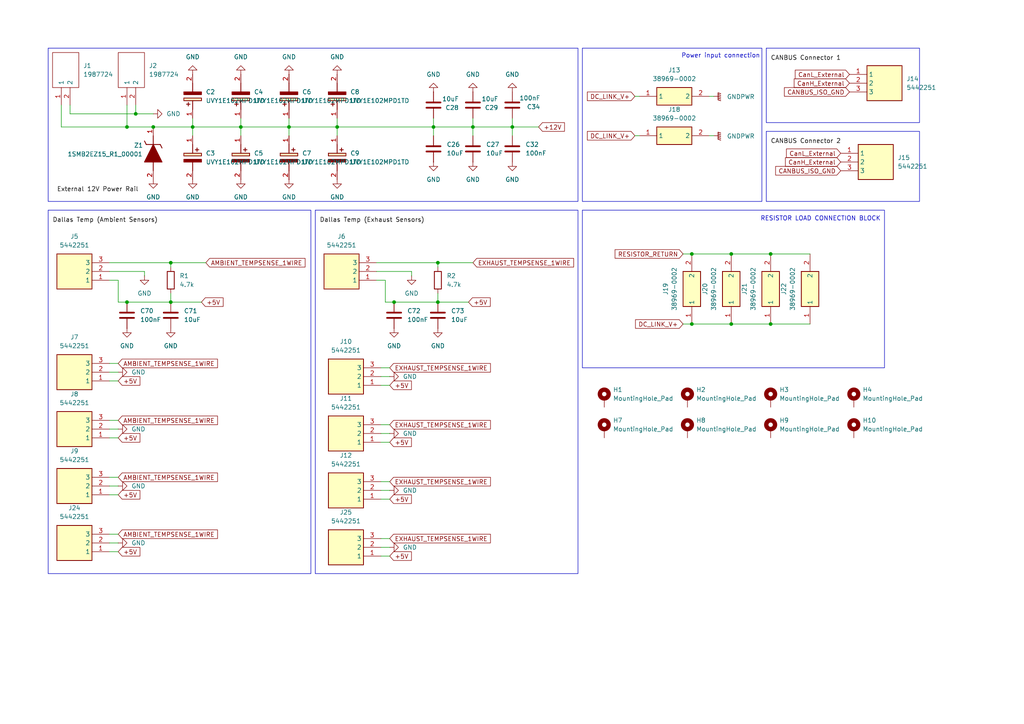
<source format=kicad_sch>
(kicad_sch (version 20250114) (generator "eeschema") (generator_version "9.0")
  (paper "A4")
  (lib_symbols
    (symbol "Device:C" (pin_numbers (hide yes)) (pin_names (offset 0.254))
      (property "Reference" "C" (at 0.635 2.54 0))
      (property "Value" "C" (at 0.635 -2.54 0))
      (symbol "C_1_1"
        (pin passive line (at 0 3.81 270) (length 2.794) (name "~") (number "1"))
        (pin passive line (at 0 -3.81 90) (length 2.794) (name "~") (number "2"))
      )
    )
    (symbol "Device:R" (pin_numbers (hide yes)) (pin_names (offset 0))
      (property "Reference" "R" (at 2.032 0 90))
      (property "Value" "R" (at 0 0 90))
      (symbol "R_1_1"
        (pin passive line (at 0 3.81 270) (length 1.27) (name "~") (number "1"))
        (pin passive line (at 0 -3.81 90) (length 1.27) (name "~") (number "2"))
      )
    )
    (symbol "InverterCom:1987724" (pin_names (offset 0.762))
      (property "Reference" "J" (at 16.51 7.62 0))
      (property "Value" "1987724" (at 16.51 5.08 0))
      (symbol "1987724_0_0"
        (pin passive line (at 0 0 0) (length 5.08) (name "1") (number "1"))
        (pin passive line (at 0 -2.54 0) (length 5.08) (name "2") (number "2"))
      )
    )
    (symbol "InverterCom:1SMB2EZ15_R1_00001" (pin_names (hide yes))
      (property "Reference" "Z" (at 10.16 8.89 0))
      (property "Value" "1SMB2EZ15_R1_00001" (at 10.16 6.35 0))
      (symbol "1SMB2EZ15_R1_00001_1_1"
        (pin passive line (at 0 0 0) (length 2.54) (name "K") (number "1"))
        (pin passive line (at 15.24 0 180) (length 2.54) (name "A") (number "2"))
      )
    )
    (symbol "InverterCom:38969-0002"
      (property "Reference" "J" (at 16.51 7.62 0))
      (property "Value" "38969-0002" (at 16.51 5.08 0))
      (symbol "38969-0002_1_1"
        (pin passive line (at 0 0 0) (length 5.08) (name "1") (number "1"))
        (pin passive line (at 20.32 0 180) (length 5.08) (name "2") (number "2"))
      )
    )
    (symbol "InverterCom:5442251"
      (property "Reference" "J" (at 16.51 7.62 0))
      (property "Value" "5442251" (at 16.51 5.08 0))
      (symbol "5442251_1_1"
        (pin passive line (at 0 0 0) (length 5.08) (name "1") (number "1"))
        (pin passive line (at 0 -2.54 0) (length 5.08) (name "2") (number "2"))
        (pin passive line (at 0 -5.08 0) (length 5.08) (name "3") (number "3"))
      )
    )
    (symbol "InverterCom:UVY1E102MPD1TD" (pin_names (hide yes))
      (property "Reference" "C" (at 8.89 6.35 0))
      (property "Value" "UVY1E102MPD1TD" (at 8.89 3.81 0))
      (symbol "UVY1E102MPD1TD_1_1"
        (pin passive line (at 0 0 0) (length 2.54) (name "+") (number "1"))
        (pin passive line (at 12.7 0 180) (length 2.54) (name "-") (number "2"))
      )
    )
    (symbol "Mechanical:MountingHole_Pad" (pin_numbers (hide yes)) (pin_names (offset 1.016) (hide yes)) (exclude_from_sim yes) (in_bom no)
      (property "Reference" "H" (at 0 6.35 0))
      (property "Value" "MountingHole_Pad" (at 0 4.445 0))
      (symbol "MountingHole_Pad_1_1"
        (pin input line (at 0 -2.54 90) (length 2.54) (name "1") (number "1"))
      )
    )
    (symbol "power:GND" (power) (pin_numbers (hide yes)) (pin_names (offset 0) (hide yes))
      (property "Value" "GND" (at 0 -3.81 0))
      (symbol "GND_1_1"
        (pin power_in line (at 0 0 270) (length 0) (name "~") (number "1"))
      )
    )
    (symbol "power:GNDPWR" (power) (pin_numbers (hide yes)) (pin_names (offset 0) (hide yes))
      (property "Value" "GNDPWR" (at 0 -3.302 0))
      (symbol "GNDPWR_1_1"
        (pin power_in line (at 0 0 270) (length 0) (name "~") (number "1"))
      )
    )
  )
  (rectangle (start 168.91 60.96) (end 256.54 106.68))
  (rectangle (start 91.44 60.96) (end 167.64 166.37))
  (rectangle (start 222.25 38.1) (end 266.7 58.42))
  (rectangle (start 168.91 13.97) (end 220.98 58.42))
  (rectangle (start 13.97 60.96) (end 90.17 166.37))
  (rectangle (start 13.97 13.97) (end 167.64 58.42))
  (rectangle (start 222.25 13.97) (end 266.7 35.56))
  (text "RESISTOR LOAD CONNECTION BLOCK" (exclude_from_sim yes) (at 237.998 63.5 0) (effects (font (size 1.27 1.27))))
  (text "Power input connection" (exclude_from_sim yes) (at 209.042 16.256 0) (effects (font (size 1.27 1.27))))
  (junction (at 114.3 87.63))
  (junction (at 223.52 73.66))
  (junction (at 36.83 87.63))
  (junction (at 83.82 36.83))
  (junction (at 49.53 87.63))
  (junction (at 44.45 36.83))
  (junction (at 125.73 36.83))
  (junction (at 49.53 76.2))
  (junction (at 200.66 73.66))
  (junction (at 223.52 93.98))
  (junction (at 212.09 73.66))
  (junction (at 212.09 93.98))
  (junction (at 127 76.2))
  (junction (at 127 87.63))
  (junction (at 200.66 93.98))
  (junction (at 69.85 36.83))
  (junction (at 97.79 36.83))
  (junction (at 39.37 33.02))
  (junction (at 36.83 36.83))
  (junction (at 137.16 36.83))
  (junction (at 55.88 36.83))
  (junction (at 148.59 36.83))
  (wire (pts (xy 110.49 106.68) (xy 113.03 106.68)))
  (wire (pts (xy 69.85 36.83) (xy 83.82 36.83)))
  (wire (pts (xy 137.16 36.83) (xy 137.16 39.37)))
  (wire (pts (xy 110.49 161.29) (xy 113.03 161.29)))
  (wire (pts (xy 49.53 76.2) (xy 31.75 76.2)))
  (wire (pts (xy 110.49 123.19) (xy 113.03 123.19)))
  (wire (pts (xy 20.32 33.02) (xy 39.37 33.02)))
  (wire (pts (xy 49.53 77.47) (xy 49.53 76.2)))
  (wire (pts (xy 83.82 36.83) (xy 97.79 36.83)))
  (wire (pts (xy 20.32 30.48) (xy 20.32 33.02)))
  (wire (pts (xy 39.37 33.02) (xy 39.37 30.48)))
  (wire (pts (xy 198.12 73.66) (xy 200.66 73.66)))
  (wire (pts (xy 34.29 81.28) (xy 31.75 81.28)))
  (wire (pts (xy 109.22 78.74) (xy 119.38 78.74)))
  (wire (pts (xy 223.52 93.98) (xy 234.95 93.98)))
  (wire (pts (xy 148.59 36.83) (xy 156.21 36.83)))
  (wire (pts (xy 119.38 78.74) (xy 119.38 80.01)))
  (wire (pts (xy 207.01 39.37) (xy 205.74 39.37)))
  (wire (pts (xy 110.49 144.78) (xy 113.03 144.78)))
  (wire (pts (xy 110.49 109.22) (xy 113.03 109.22)))
  (wire (pts (xy 200.66 93.98) (xy 212.09 93.98)))
  (wire (pts (xy 55.88 34.29) (xy 55.88 36.83)))
  (wire (pts (xy 137.16 36.83) (xy 137.16 34.29)))
  (wire (pts (xy 200.66 73.66) (xy 212.09 73.66)))
  (wire (pts (xy 39.37 33.02) (xy 44.45 33.02)))
  (wire (pts (xy 34.29 87.63) (xy 34.29 81.28)))
  (wire (pts (xy 49.53 76.2) (xy 59.69 76.2)))
  (wire (pts (xy 110.49 128.27) (xy 113.03 128.27)))
  (wire (pts (xy 36.83 87.63) (xy 34.29 87.63)))
  (wire (pts (xy 17.78 36.83) (xy 17.78 30.48)))
  (wire (pts (xy 137.16 36.83) (xy 148.59 36.83)))
  (wire (pts (xy 110.49 139.7) (xy 113.03 139.7)))
  (wire (pts (xy 114.3 87.63) (xy 127 87.63)))
  (wire (pts (xy 110.49 158.75) (xy 113.03 158.75)))
  (wire (pts (xy 31.75 140.97) (xy 34.29 140.97)))
  (wire (pts (xy 36.83 36.83) (xy 17.78 36.83)))
  (wire (pts (xy 125.73 36.83) (xy 125.73 39.37)))
  (wire (pts (xy 83.82 36.83) (xy 83.82 39.37)))
  (wire (pts (xy 36.83 87.63) (xy 49.53 87.63)))
  (wire (pts (xy 31.75 107.95) (xy 34.29 107.95)))
  (wire (pts (xy 110.49 142.24) (xy 113.03 142.24)))
  (wire (pts (xy 31.75 160.02) (xy 34.29 160.02)))
  (wire (pts (xy 31.75 124.46) (xy 34.29 124.46)))
  (wire (pts (xy 111.76 87.63) (xy 111.76 81.28)))
  (wire (pts (xy 148.59 36.83) (xy 148.59 39.37)))
  (wire (pts (xy 110.49 111.76) (xy 113.03 111.76)))
  (wire (pts (xy 55.88 36.83) (xy 69.85 36.83)))
  (wire (pts (xy 44.45 36.83) (xy 55.88 36.83)))
  (wire (pts (xy 127 77.47) (xy 127 76.2)))
  (wire (pts (xy 31.75 154.94) (xy 34.29 154.94)))
  (wire (pts (xy 184.15 27.94) (xy 185.42 27.94)))
  (wire (pts (xy 31.75 110.49) (xy 34.29 110.49)))
  (wire (pts (xy 41.91 78.74) (xy 41.91 80.01)))
  (wire (pts (xy 184.15 39.37) (xy 185.42 39.37)))
  (wire (pts (xy 212.09 93.98) (xy 223.52 93.98)))
  (wire (pts (xy 31.75 138.43) (xy 34.29 138.43)))
  (wire (pts (xy 69.85 34.29) (xy 69.85 36.83)))
  (wire (pts (xy 36.83 30.48) (xy 36.83 36.83)))
  (wire (pts (xy 125.73 36.83) (xy 137.16 36.83)))
  (wire (pts (xy 31.75 121.92) (xy 34.29 121.92)))
  (wire (pts (xy 55.88 36.83) (xy 55.88 39.37)))
  (wire (pts (xy 31.75 143.51) (xy 34.29 143.51)))
  (wire (pts (xy 49.53 85.09) (xy 49.53 87.63)))
  (wire (pts (xy 49.53 87.63) (xy 58.42 87.63)))
  (wire (pts (xy 31.75 157.48) (xy 34.29 157.48)))
  (wire (pts (xy 207.01 27.94) (xy 205.74 27.94)))
  (wire (pts (xy 127 87.63) (xy 135.89 87.63)))
  (wire (pts (xy 69.85 36.83) (xy 69.85 39.37)))
  (wire (pts (xy 111.76 81.28) (xy 109.22 81.28)))
  (wire (pts (xy 97.79 36.83) (xy 97.79 39.37)))
  (wire (pts (xy 127 76.2) (xy 137.16 76.2)))
  (wire (pts (xy 97.79 36.83) (xy 125.73 36.83)))
  (wire (pts (xy 198.12 93.98) (xy 200.66 93.98)))
  (wire (pts (xy 31.75 105.41) (xy 34.29 105.41)))
  (wire (pts (xy 212.09 73.66) (xy 223.52 73.66)))
  (wire (pts (xy 110.49 125.73) (xy 113.03 125.73)))
  (wire (pts (xy 83.82 34.29) (xy 83.82 36.83)))
  (wire (pts (xy 97.79 34.29) (xy 97.79 36.83)))
  (wire (pts (xy 110.49 156.21) (xy 113.03 156.21)))
  (wire (pts (xy 36.83 36.83) (xy 44.45 36.83)))
  (wire (pts (xy 127 85.09) (xy 127 87.63)))
  (wire (pts (xy 148.59 34.29) (xy 148.59 36.83)))
  (wire (pts (xy 31.75 127) (xy 34.29 127)))
  (wire (pts (xy 31.75 78.74) (xy 41.91 78.74)))
  (wire (pts (xy 127 76.2) (xy 109.22 76.2)))
  (wire (pts (xy 114.3 87.63) (xy 111.76 87.63)))
  (wire (pts (xy 223.52 73.66) (xy 234.95 73.66)))
  (wire (pts (xy 125.73 36.83) (xy 125.73 34.29)))
  (label "CANBUS Connector 1" (at 223.52 17.78 0))
  (label "Dallas Temp (Ambient Sensors)" (at 15.24 64.77 0))
  (label "Dallas Temp (Exhaust Sensors)" (at 92.71 64.77 0))
  (label "CANBUS Connector 2" (at 223.52 41.91 0))
  (label "External 12V Power Rail" (at 16.51 55.88 0))
  (global_label "+5V" (shape input) (at 113.03 111.76 0) (property "Intersheetrefs" "${INTERSHEET_REFS}" (effects (hide yes))))
  (global_label "+5V" (shape input) (at 113.03 144.78 0) (property "Intersheetrefs" "${INTERSHEET_REFS}" (effects (hide yes))))
  (global_label "CanL_External" (shape input) (at 243.84 44.45 180) (property "Intersheetrefs" "${INTERSHEET_REFS}" (effects (hide yes))))
  (global_label "CANBUS_ISO_GND" (shape input) (at 246.38 26.67 180) (property "Intersheetrefs" "${INTERSHEET_REFS}" (effects (hide yes))))
  (global_label "EXHAUST_TEMPSENSE_1WIRE" (shape input) (at 113.03 123.19 0) (property "Intersheetrefs" "${INTERSHEET_REFS}" (effects (hide yes))))
  (global_label "+5V" (shape input) (at 135.89 87.63 0) (property "Intersheetrefs" "${INTERSHEET_REFS}" (effects (hide yes))))
  (global_label "CanL_External" (shape input) (at 246.38 21.59 180) (property "Intersheetrefs" "${INTERSHEET_REFS}" (effects (hide yes))))
  (global_label "EXHAUST_TEMPSENSE_1WIRE" (shape input) (at 113.03 156.21 0) (property "Intersheetrefs" "${INTERSHEET_REFS}" (effects (hide yes))))
  (global_label "DC_LINK_V+" (shape input) (at 184.15 39.37 180) (property "Intersheetrefs" "${INTERSHEET_REFS}" (effects (hide yes))))
  (global_label "DC_LINK_V+" (shape input) (at 184.15 27.94 180) (property "Intersheetrefs" "${INTERSHEET_REFS}" (effects (hide yes))))
  (global_label "+5V" (shape input) (at 34.29 160.02 0) (property "Intersheetrefs" "${INTERSHEET_REFS}" (effects (hide yes))))
  (global_label "AMBIENT_TEMPSENSE_1WIRE" (shape input) (at 34.29 105.41 0) (property "Intersheetrefs" "${INTERSHEET_REFS}" (effects (hide yes))))
  (global_label "EXHAUST_TEMPSENSE_1WIRE" (shape input) (at 113.03 139.7 0) (property "Intersheetrefs" "${INTERSHEET_REFS}" (effects (hide yes))))
  (global_label "CANBUS_ISO_GND" (shape input) (at 243.84 49.53 180) (property "Intersheetrefs" "${INTERSHEET_REFS}" (effects (hide yes))))
  (global_label "+5V" (shape input) (at 113.03 128.27 0) (property "Intersheetrefs" "${INTERSHEET_REFS}" (effects (hide yes))))
  (global_label "EXHAUST_TEMPSENSE_1WIRE" (shape input) (at 137.16 76.2 0) (property "Intersheetrefs" "${INTERSHEET_REFS}" (effects (hide yes))))
  (global_label "CanH_External" (shape input) (at 243.84 46.99 180) (property "Intersheetrefs" "${INTERSHEET_REFS}" (effects (hide yes))))
  (global_label "+5V" (shape input) (at 113.03 161.29 0) (property "Intersheetrefs" "${INTERSHEET_REFS}" (effects (hide yes))))
  (global_label "AMBIENT_TEMPSENSE_1WIRE" (shape input) (at 34.29 154.94 0) (property "Intersheetrefs" "${INTERSHEET_REFS}" (effects (hide yes))))
  (global_label "AMBIENT_TEMPSENSE_1WIRE" (shape input) (at 34.29 121.92 0) (property "Intersheetrefs" "${INTERSHEET_REFS}" (effects (hide yes))))
  (global_label "RESISTOR_RETURN" (shape input) (at 198.12 73.66 180) (property "Intersheetrefs" "${INTERSHEET_REFS}" (effects (hide yes))))
  (global_label "AMBIENT_TEMPSENSE_1WIRE" (shape input) (at 59.69 76.2 0) (property "Intersheetrefs" "${INTERSHEET_REFS}" (effects (hide yes))))
  (global_label "CanH_External" (shape input) (at 246.38 24.13 180) (property "Intersheetrefs" "${INTERSHEET_REFS}" (effects (hide yes))))
  (global_label "EXHAUST_TEMPSENSE_1WIRE" (shape input) (at 113.03 106.68 0) (property "Intersheetrefs" "${INTERSHEET_REFS}" (effects (hide yes))))
  (global_label "+5V" (shape input) (at 34.29 110.49 0) (property "Intersheetrefs" "${INTERSHEET_REFS}" (effects (hide yes))))
  (global_label "DC_LINK_V+" (shape input) (at 198.12 93.98 180) (property "Intersheetrefs" "${INTERSHEET_REFS}" (effects (hide yes))))
  (global_label "AMBIENT_TEMPSENSE_1WIRE" (shape input) (at 34.29 138.43 0) (property "Intersheetrefs" "${INTERSHEET_REFS}" (effects (hide yes))))
  (global_label "+5V" (shape input) (at 34.29 127 0) (property "Intersheetrefs" "${INTERSHEET_REFS}" (effects (hide yes))))
  (global_label "+12V" (shape input) (at 156.21 36.83 0) (property "Intersheetrefs" "${INTERSHEET_REFS}" (effects (hide yes))))
  (global_label "+5V" (shape input) (at 34.29 143.51 0) (property "Intersheetrefs" "${INTERSHEET_REFS}" (effects (hide yes))))
  (global_label "+5V" (shape input) (at 58.42 87.63 0) (property "Intersheetrefs" "${INTERSHEET_REFS}" (effects (hide yes))))
  (symbol (lib_id "InverterCom:5442251") (at 31.75 127 180) (unit 1)
    (property "Reference" "J8" (at 21.59 114.3 0))
    (property "Value" "5442251" (at 21.59 116.84 0))
    (property "Footprint" "InverterCom:5442251" (effects (hide yes)))
    (property "Datasheet" "https://www.phoenixcontact.com/en-gb/products/printed-circuit-board-terminal-bc-350x9-3-gn-5442251" (effects (hide yes)))
    (property "Description" "Fixed Terminal Blocks BC-350X9- 3 GN 3.5 MM PITCH" (effects (hide yes)))
    (property "Height" "8.65" (effects (hide yes)))
    (property "Mouser Part Number" "651-5442251" (effects (hide yes)))
    (property "Mouser Price/Stock" "https://www.mouser.co.uk/ProductDetail/Phoenix-Contact/5442251?qs=9Y9qB%2FCsC3kmzTCxovpQiw%3D%3D" (effects (hide yes)))
    (property "Manufacturer_Name" "Phoenix Contact" (effects (hide yes)))
    (property "Manufacturer_Part_Number" "5442251" (effects (hide yes)))
  )
  (symbol (lib_id "InverterCom:5442251") (at 31.75 81.28 180) (unit 1)
    (property "Reference" "J5" (at 21.59 68.58 0))
    (property "Value" "5442251" (at 21.59 71.12 0))
    (property "Footprint" "InverterCom:5442251" (effects (hide yes)))
    (property "Datasheet" "https://www.phoenixcontact.com/en-gb/products/printed-circuit-board-terminal-bc-350x9-3-gn-5442251" (effects (hide yes)))
    (property "Description" "Fixed Terminal Blocks BC-350X9- 3 GN 3.5 MM PITCH" (effects (hide yes)))
    (property "Height" "8.65" (effects (hide yes)))
    (property "Mouser Part Number" "651-5442251" (effects (hide yes)))
    (property "Mouser Price/Stock" "https://www.mouser.co.uk/ProductDetail/Phoenix-Contact/5442251?qs=9Y9qB%2FCsC3kmzTCxovpQiw%3D%3D" (effects (hide yes)))
    (property "Manufacturer_Name" "Phoenix Contact" (effects (hide yes)))
    (property "Manufacturer_Part_Number" "5442251" (effects (hide yes)))
  )
  (symbol (lib_id "InverterCom:5442251") (at 110.49 111.76 180) (unit 1)
    (property "Reference" "J10" (at 100.33 99.06 0))
    (property "Value" "5442251" (at 100.33 101.6 0))
    (property "Footprint" "InverterCom:5442251" (effects (hide yes)))
    (property "Datasheet" "https://www.phoenixcontact.com/en-gb/products/printed-circuit-board-terminal-bc-350x9-3-gn-5442251" (effects (hide yes)))
    (property "Description" "Fixed Terminal Blocks BC-350X9- 3 GN 3.5 MM PITCH" (effects (hide yes)))
    (property "Height" "8.65" (effects (hide yes)))
    (property "Mouser Part Number" "651-5442251" (effects (hide yes)))
    (property "Mouser Price/Stock" "https://www.mouser.co.uk/ProductDetail/Phoenix-Contact/5442251?qs=9Y9qB%2FCsC3kmzTCxovpQiw%3D%3D" (effects (hide yes)))
    (property "Manufacturer_Name" "Phoenix Contact" (effects (hide yes)))
    (property "Manufacturer_Part_Number" "5442251" (effects (hide yes)))
  )
  (symbol (lib_id "InverterCom:5442251") (at 110.49 144.78 180) (unit 1)
    (property "Reference" "J12" (at 100.33 132.08 0))
    (property "Value" "5442251" (at 100.33 134.62 0))
    (property "Footprint" "InverterCom:5442251" (effects (hide yes)))
    (property "Datasheet" "https://www.phoenixcontact.com/en-gb/products/printed-circuit-board-terminal-bc-350x9-3-gn-5442251" (effects (hide yes)))
    (property "Description" "Fixed Terminal Blocks BC-350X9- 3 GN 3.5 MM PITCH" (effects (hide yes)))
    (property "Height" "8.65" (effects (hide yes)))
    (property "Mouser Part Number" "651-5442251" (effects (hide yes)))
    (property "Mouser Price/Stock" "https://www.mouser.co.uk/ProductDetail/Phoenix-Contact/5442251?qs=9Y9qB%2FCsC3kmzTCxovpQiw%3D%3D" (effects (hide yes)))
    (property "Manufacturer_Name" "Phoenix Contact" (effects (hide yes)))
    (property "Manufacturer_Part_Number" "5442251" (effects (hide yes)))
  )
  (symbol (lib_id "InverterCom:UVY1E102MPD1TD") (at 69.85 39.37 270) (unit 1)
    (property "Reference" "C5" (at 73.66 44.4499 90) (effects (justify left)))
    (property "Value" "UVY1E102MPD1TD" (at 73.66 46.9899 90) (effects (justify left)))
    (property "Footprint" "InverterCom:CAPPRD500W60D1025H1750" (effects (hide yes)))
    (property "Datasheet" "https://componentsearchengine.com/Datasheets/5/UVY1E102MPD1TD.pdf" (effects (hide yes)))
    (property "Description" "Cap Aluminum Lytic 1000uF 25V 20% (10 X 16mm) Radial 5mm 610mA 1000h 105C Ammo" (effects (hide yes)))
    (property "Height" "17.5" (effects (hide yes)))
    (property "Mouser Part Number" "647-UVY1E102MPD1TD" (effects (hide yes)))
    (property "Mouser Price/Stock" "https://www.mouser.co.uk/ProductDetail/Nichicon/UVY1E102MPD1TD?qs=gtReTMvImqniEnVqgrfK9Q%3D%3D" (effects (hide yes)))
    (property "Manufacturer_Name" "Nichicon" (effects (hide yes)))
    (property "Manufacturer_Part_Number" "UVY1E102MPD1TD" (effects (hide yes)))
  )
  (symbol (lib_id "Device:C") (at 125.73 43.18 0) (unit 1)
    (property "Reference" "C26" (at 129.54 41.9099 0) (effects (justify left)))
    (property "Value" "10uF" (at 129.54 44.4499 0) (effects (justify left)))
    (property "Footprint" "Capacitor_SMD:C_1210_3225Metric_Pad1.33x2.70mm_HandSolder" (effects (hide yes)))
    (property "Description" "Unpolarized capacitor" (effects (hide yes)))
  )
  (symbol (lib_id "Mechanical:MountingHole_Pad") (at 199.39 115.57 0) (unit 1) (exclude_from_sim yes) (in_bom no)
    (property "Reference" "H2" (at 201.93 113.0299 0) (effects (justify left)))
    (property "Value" "MountingHole_Pad" (at 201.93 115.5699 0) (effects (justify left)))
    (property "Footprint" "MountingHole:MountingHole_5.3mm_M5_ISO7380_Pad" (effects (hide yes)))
    (property "Description" "Mounting Hole with connection" (effects (hide yes)))
  )
  (symbol (lib_id "Device:C") (at 148.59 43.18 0) (unit 1)
    (property "Reference" "C32" (at 152.4 41.9099 0) (effects (justify left)))
    (property "Value" "100nF" (at 152.4 44.45 0) (effects (justify left)))
    (property "Footprint" "Capacitor_SMD:C_1210_3225Metric_Pad1.33x2.70mm_HandSolder" (effects (hide yes)))
    (property "Description" "Unpolarized capacitor" (effects (hide yes)))
  )
  (symbol (lib_id "power:GND") (at 44.45 52.07 0) (unit 1)
    (property "Reference" "#PWR02" (effects (hide yes)))
    (property "Value" "GND" (at 44.45 57.15 0))
    (property "Description" "Power symbol creates a global label with name \"GND\" , ground" (effects (hide yes)))
  )
  (symbol (lib_id "Device:C") (at 49.53 91.44 0) (unit 1)
    (property "Reference" "C71" (at 53.34 90.1699 0) (effects (justify left)))
    (property "Value" "10uF" (at 53.34 92.7099 0) (effects (justify left)))
    (property "Footprint" "Capacitor_SMD:C_1210_3225Metric_Pad1.33x2.70mm_HandSolder" (effects (hide yes)))
    (property "Description" "Unpolarized capacitor" (effects (hide yes)))
  )
  (symbol (lib_id "power:GND") (at 137.16 26.67 180) (unit 1)
    (property "Reference" "#PWR076" (effects (hide yes)))
    (property "Value" "GND" (at 137.16 21.59 0))
    (property "Description" "Power symbol creates a global label with name \"GND\" , ground" (effects (hide yes)))
  )
  (symbol (lib_id "InverterCom:5442251") (at 31.75 143.51 180) (unit 1)
    (property "Reference" "J9" (at 21.59 130.81 0))
    (property "Value" "5442251" (at 21.59 133.35 0))
    (property "Footprint" "InverterCom:5442251" (effects (hide yes)))
    (property "Datasheet" "https://www.phoenixcontact.com/en-gb/products/printed-circuit-board-terminal-bc-350x9-3-gn-5442251" (effects (hide yes)))
    (property "Description" "Fixed Terminal Blocks BC-350X9- 3 GN 3.5 MM PITCH" (effects (hide yes)))
    (property "Height" "8.65" (effects (hide yes)))
    (property "Mouser Part Number" "651-5442251" (effects (hide yes)))
    (property "Mouser Price/Stock" "https://www.mouser.co.uk/ProductDetail/Phoenix-Contact/5442251?qs=9Y9qB%2FCsC3kmzTCxovpQiw%3D%3D" (effects (hide yes)))
    (property "Manufacturer_Name" "Phoenix Contact" (effects (hide yes)))
    (property "Manufacturer_Part_Number" "5442251" (effects (hide yes)))
  )
  (symbol (lib_id "power:GND") (at 69.85 21.59 180) (unit 1)
    (property "Reference" "#PWR07" (effects (hide yes)))
    (property "Value" "GND" (at 69.85 16.51 0))
    (property "Description" "Power symbol creates a global label with name \"GND\" , ground" (effects (hide yes)))
  )
  (symbol (lib_id "Device:C") (at 114.3 91.44 0) (unit 1)
    (property "Reference" "C72" (at 118.11 90.1699 0) (effects (justify left)))
    (property "Value" "100nF" (at 118.11 92.71 0) (effects (justify left)))
    (property "Footprint" "Capacitor_SMD:C_1210_3225Metric_Pad1.33x2.70mm_HandSolder" (effects (hide yes)))
    (property "Description" "Unpolarized capacitor" (effects (hide yes)))
  )
  (symbol (lib_id "power:GND") (at 113.03 125.73 90) (unit 1)
    (property "Reference" "#PWR0120" (effects (hide yes)))
    (property "Value" "GND" (at 116.84 125.7299 90) (effects (justify right)))
    (property "Description" "Power symbol creates a global label with name \"GND\" , ground" (effects (hide yes)))
  )
  (symbol (lib_id "InverterCom:5442251") (at 31.75 160.02 180) (unit 1)
    (property "Reference" "J24" (at 21.59 147.32 0))
    (property "Value" "5442251" (at 21.59 149.86 0))
    (property "Footprint" "InverterCom:5442251" (effects (hide yes)))
    (property "Datasheet" "https://www.phoenixcontact.com/en-gb/products/printed-circuit-board-terminal-bc-350x9-3-gn-5442251" (effects (hide yes)))
    (property "Description" "Fixed Terminal Blocks BC-350X9- 3 GN 3.5 MM PITCH" (effects (hide yes)))
    (property "Height" "8.65" (effects (hide yes)))
    (property "Mouser Part Number" "651-5442251" (effects (hide yes)))
    (property "Mouser Price/Stock" "https://www.mouser.co.uk/ProductDetail/Phoenix-Contact/5442251?qs=9Y9qB%2FCsC3kmzTCxovpQiw%3D%3D" (effects (hide yes)))
    (property "Manufacturer_Name" "Phoenix Contact" (effects (hide yes)))
    (property "Manufacturer_Part_Number" "5442251" (effects (hide yes)))
  )
  (symbol (lib_id "power:GND") (at 55.88 52.07 0) (unit 1)
    (property "Reference" "#PWR05" (effects (hide yes)))
    (property "Value" "GND" (at 55.88 57.15 0))
    (property "Description" "Power symbol creates a global label with name \"GND\" , ground" (effects (hide yes)))
  )
  (symbol (lib_id "Device:C") (at 137.16 43.18 0) (unit 1)
    (property "Reference" "C27" (at 140.97 41.9099 0) (effects (justify left)))
    (property "Value" "10uF" (at 140.97 44.4499 0) (effects (justify left)))
    (property "Footprint" "Capacitor_SMD:C_1210_3225Metric_Pad1.33x2.70mm_HandSolder" (effects (hide yes)))
    (property "Description" "Unpolarized capacitor" (effects (hide yes)))
  )
  (symbol (lib_id "power:GND") (at 125.73 46.99 0) (unit 1)
    (property "Reference" "#PWR073" (effects (hide yes)))
    (property "Value" "GND" (at 125.73 52.07 0))
    (property "Description" "Power symbol creates a global label with name \"GND\" , ground" (effects (hide yes)))
  )
  (symbol (lib_id "InverterCom:1987724") (at 17.78 30.48 90) (unit 1)
    (property "Reference" "J1" (at 24.13 19.0499 90) (effects (justify right)))
    (property "Value" "1987724" (at 24.13 21.5899 90) (effects (justify right)))
    (property "Footprint" "InverterCom:1987724" (effects (hide yes)))
    (property "Datasheet" "https://datasheet.datasheetarchive.com/originals/distributors/Datasheets-DGA18/1075322.pdf" (effects (hide yes)))
    (property "Description" "Phoenix Contact PT 2.5/ 2-5.0-V PCB Terminal Block, 2 Way/Pole, Screw Terminals, 20  10 AWG Through Hole," (effects (hide yes)))
    (property "Description_1" "Phoenix Contact PT 2.5/ 2-5.0-V PCB Terminal Block, 2 Way/Pole, Screw Terminals, 20  10 AWG Through Hole," (effects (hide yes)))
    (property "Height" "9.15" (effects (hide yes)))
    (property "Mouser Part Number" "651-1987724" (effects (hide yes)))
    (property "Mouser Price/Stock" "https://www.mouser.co.uk/ProductDetail/Phoenix-Contact/1987724?qs=gjk32EaArKIePzXcIKo3jg%3D%3D" (effects (hide yes)))
    (property "Manufacturer_Name" "Phoenix Contact" (effects (hide yes)))
    (property "Manufacturer_Part_Number" "1987724" (effects (hide yes)))
  )
  (symbol (lib_id "InverterCom:38969-0002") (at 185.42 27.94 0) (unit 1)
    (property "Reference" "J13" (at 195.58 20.32 0))
    (property "Value" "38969-0002" (at 195.58 22.86 0))
    (property "Footprint" "InverterCom:389690002" (effects (hide yes)))
    (property "Description" "Barrier Terminal Blocks" (effects (hide yes)))
    (property "Height" "21.9" (effects (hide yes)))
    (property "Mouser Part Number" "538-38969-0002" (effects (hide yes)))
    (property "Mouser Price/Stock" "https://www.mouser.co.uk/ProductDetail/Molex/38969-0002?qs=%2Fs3Y63xoe9mbpbSgf7b48A%3D%3D" (effects (hide yes)))
    (property "Manufacturer_Name" "Molex" (effects (hide yes)))
    (property "Manufacturer_Part_Number" "38969-0002" (effects (hide yes)))
  )
  (symbol (lib_id "InverterCom:5442251") (at 109.22 81.28 180) (unit 1)
    (property "Reference" "J6" (at 99.06 68.58 0))
    (property "Value" "5442251" (at 99.06 71.12 0))
    (property "Footprint" "InverterCom:5442251" (effects (hide yes)))
    (property "Datasheet" "https://www.phoenixcontact.com/en-gb/products/printed-circuit-board-terminal-bc-350x9-3-gn-5442251" (effects (hide yes)))
    (property "Description" "Fixed Terminal Blocks BC-350X9- 3 GN 3.5 MM PITCH" (effects (hide yes)))
    (property "Height" "8.65" (effects (hide yes)))
    (property "Mouser Part Number" "651-5442251" (effects (hide yes)))
    (property "Mouser Price/Stock" "https://www.mouser.co.uk/ProductDetail/Phoenix-Contact/5442251?qs=9Y9qB%2FCsC3kmzTCxovpQiw%3D%3D" (effects (hide yes)))
    (property "Manufacturer_Name" "Phoenix Contact" (effects (hide yes)))
    (property "Manufacturer_Part_Number" "5442251" (effects (hide yes)))
  )
  (symbol (lib_id "InverterCom:UVY1E102MPD1TD") (at 83.82 39.37 270) (unit 1)
    (property "Reference" "C7" (at 87.63 44.4499 90) (effects (justify left)))
    (property "Value" "UVY1E102MPD1TD" (at 87.63 46.9899 90) (effects (justify left)))
    (property "Footprint" "InverterCom:CAPPRD500W60D1025H1750" (effects (hide yes)))
    (property "Datasheet" "https://componentsearchengine.com/Datasheets/5/UVY1E102MPD1TD.pdf" (effects (hide yes)))
    (property "Description" "Cap Aluminum Lytic 1000uF 25V 20% (10 X 16mm) Radial 5mm 610mA 1000h 105C Ammo" (effects (hide yes)))
    (property "Height" "17.5" (effects (hide yes)))
    (property "Mouser Part Number" "647-UVY1E102MPD1TD" (effects (hide yes)))
    (property "Mouser Price/Stock" "https://www.mouser.co.uk/ProductDetail/Nichicon/UVY1E102MPD1TD?qs=gtReTMvImqniEnVqgrfK9Q%3D%3D" (effects (hide yes)))
    (property "Manufacturer_Name" "Nichicon" (effects (hide yes)))
    (property "Manufacturer_Part_Number" "UVY1E102MPD1TD" (effects (hide yes)))
  )
  (symbol (lib_id "Device:R") (at 49.53 81.28 0) (unit 1)
    (property "Reference" "R1" (at 52.07 80.0099 0) (effects (justify left)))
    (property "Value" "4.7k" (at 52.07 82.5499 0) (effects (justify left)))
    (property "Footprint" "Resistor_SMD:R_1210_3225Metric_Pad1.30x2.65mm_HandSolder" (effects (hide yes)))
    (property "Description" "Resistor" (effects (hide yes)))
  )
  (symbol (lib_id "Mechanical:MountingHole_Pad") (at 175.26 115.57 0) (unit 1) (exclude_from_sim yes) (in_bom no)
    (property "Reference" "H1" (at 177.8 113.0299 0) (effects (justify left)))
    (property "Value" "MountingHole_Pad" (at 177.8 115.5699 0) (effects (justify left)))
    (property "Footprint" "MountingHole:MountingHole_5.3mm_M5_ISO7380_Pad" (effects (hide yes)))
    (property "Description" "Mounting Hole with connection" (effects (hide yes)))
  )
  (symbol (lib_id "InverterCom:38969-0002") (at 200.66 93.98 90) (unit 1)
    (property "Reference" "J19" (at 193.04 83.82 0))
    (property "Value" "38969-0002" (at 195.58 83.82 0))
    (property "Footprint" "InverterCom:389690002" (effects (hide yes)))
    (property "Description" "Barrier Terminal Blocks" (effects (hide yes)))
    (property "Height" "21.9" (effects (hide yes)))
    (property "Mouser Part Number" "538-38969-0002" (effects (hide yes)))
    (property "Mouser Price/Stock" "https://www.mouser.co.uk/ProductDetail/Molex/38969-0002?qs=%2Fs3Y63xoe9mbpbSgf7b48A%3D%3D" (effects (hide yes)))
    (property "Manufacturer_Name" "Molex" (effects (hide yes)))
    (property "Manufacturer_Part_Number" "38969-0002" (effects (hide yes)))
  )
  (symbol (lib_id "InverterCom:1987724") (at 36.83 30.48 90) (unit 1)
    (property "Reference" "J2" (at 43.18 19.0499 90) (effects (justify right)))
    (property "Value" "1987724" (at 43.18 21.5899 90) (effects (justify right)))
    (property "Footprint" "InverterCom:1987724" (effects (hide yes)))
    (property "Datasheet" "https://datasheet.datasheetarchive.com/originals/distributors/Datasheets-DGA18/1075322.pdf" (effects (hide yes)))
    (property "Description" "Phoenix Contact PT 2.5/ 2-5.0-V PCB Terminal Block, 2 Way/Pole, Screw Terminals, 20  10 AWG Through Hole," (effects (hide yes)))
    (property "Description_1" "Phoenix Contact PT 2.5/ 2-5.0-V PCB Terminal Block, 2 Way/Pole, Screw Terminals, 20  10 AWG Through Hole," (effects (hide yes)))
    (property "Height" "9.15" (effects (hide yes)))
    (property "Mouser Part Number" "651-1987724" (effects (hide yes)))
    (property "Mouser Price/Stock" "https://www.mouser.co.uk/ProductDetail/Phoenix-Contact/1987724?qs=gjk32EaArKIePzXcIKo3jg%3D%3D" (effects (hide yes)))
    (property "Manufacturer_Name" "Phoenix Contact" (effects (hide yes)))
    (property "Manufacturer_Part_Number" "1987724" (effects (hide yes)))
  )
  (symbol (lib_id "Mechanical:MountingHole_Pad") (at 199.39 124.46 0) (unit 1) (exclude_from_sim yes) (in_bom no)
    (property "Reference" "H8" (at 201.93 121.9199 0) (effects (justify left)))
    (property "Value" "MountingHole_Pad" (at 201.93 124.4599 0) (effects (justify left)))
    (property "Footprint" "MountingHole:MountingHole_5.3mm_M5_ISO7380_Pad" (effects (hide yes)))
    (property "Description" "Mounting Hole with connection" (effects (hide yes)))
  )
  (symbol (lib_id "power:GND") (at 114.3 95.25 0) (unit 1)
    (property "Reference" "#PWR098" (effects (hide yes)))
    (property "Value" "GND" (at 114.3 100.33 0))
    (property "Description" "Power symbol creates a global label with name \"GND\" , ground" (effects (hide yes)))
  )
  (symbol (lib_id "Device:C") (at 125.73 30.48 180) (unit 1)
    (property "Reference" "C28" (at 133.096 31.242 0) (effects (justify left)))
    (property "Value" "10uF" (at 133.096 28.702 0) (effects (justify left)))
    (property "Footprint" "Capacitor_SMD:C_1210_3225Metric_Pad1.33x2.70mm_HandSolder" (effects (hide yes)))
    (property "Description" "Unpolarized capacitor" (effects (hide yes)))
  )
  (symbol (lib_id "InverterCom:38969-0002") (at 234.95 93.98 90) (unit 1)
    (property "Reference" "J22" (at 227.33 83.82 0))
    (property "Value" "38969-0002" (at 229.87 83.82 0))
    (property "Footprint" "InverterCom:389690002" (effects (hide yes)))
    (property "Description" "Barrier Terminal Blocks" (effects (hide yes)))
    (property "Height" "21.9" (effects (hide yes)))
    (property "Mouser Part Number" "538-38969-0002" (effects (hide yes)))
    (property "Mouser Price/Stock" "https://www.mouser.co.uk/ProductDetail/Molex/38969-0002?qs=%2Fs3Y63xoe9mbpbSgf7b48A%3D%3D" (effects (hide yes)))
    (property "Manufacturer_Name" "Molex" (effects (hide yes)))
    (property "Manufacturer_Part_Number" "38969-0002" (effects (hide yes)))
  )
  (symbol (lib_id "power:GNDPWR") (at 207.01 27.94 90) (unit 1)
    (property "Reference" "#PWR015" (effects (hide yes)))
    (property "Value" "GNDPWR" (at 210.82 28.0669 90) (effects (justify right)))
    (property "Description" "Power symbol creates a global label with name \"GNDPWR\" , global ground" (effects (hide yes)))
  )
  (symbol (lib_id "power:GND") (at 113.03 158.75 90) (unit 1)
    (property "Reference" "#PWR0127" (effects (hide yes)))
    (property "Value" "GND" (at 116.84 158.7499 90) (effects (justify right)))
    (property "Description" "Power symbol creates a global label with name \"GND\" , ground" (effects (hide yes)))
  )
  (symbol (lib_id "InverterCom:5442251") (at 243.84 44.45 0) (unit 1)
    (property "Reference" "J15" (at 260.35 45.7199 0) (effects (justify left)))
    (property "Value" "5442251" (at 260.35 48.2599 0) (effects (justify left)))
    (property "Footprint" "InverterCom:5442251" (effects (hide yes)))
    (property "Datasheet" "https://www.phoenixcontact.com/en-gb/products/printed-circuit-board-terminal-bc-350x9-3-gn-5442251" (effects (hide yes)))
    (property "Description" "Fixed Terminal Blocks BC-350X9- 3 GN 3.5 MM PITCH" (effects (hide yes)))
    (property "Height" "8.65" (effects (hide yes)))
    (property "Mouser Part Number" "651-5442251" (effects (hide yes)))
    (property "Mouser Price/Stock" "https://www.mouser.co.uk/ProductDetail/Phoenix-Contact/5442251?qs=9Y9qB%2FCsC3kmzTCxovpQiw%3D%3D" (effects (hide yes)))
    (property "Manufacturer_Name" "Phoenix Contact" (effects (hide yes)))
    (property "Manufacturer_Part_Number" "5442251" (effects (hide yes)))
  )
  (symbol (lib_id "InverterCom:UVY1E102MPD1TD") (at 97.79 39.37 270) (unit 1)
    (property "Reference" "C9" (at 101.6 44.4499 90) (effects (justify left)))
    (property "Value" "UVY1E102MPD1TD" (at 101.6 46.9899 90) (effects (justify left)))
    (property "Footprint" "InverterCom:CAPPRD500W60D1025H1750" (effects (hide yes)))
    (property "Datasheet" "https://componentsearchengine.com/Datasheets/5/UVY1E102MPD1TD.pdf" (effects (hide yes)))
    (property "Description" "Cap Aluminum Lytic 1000uF 25V 20% (10 X 16mm) Radial 5mm 610mA 1000h 105C Ammo" (effects (hide yes)))
    (property "Height" "17.5" (effects (hide yes)))
    (property "Mouser Part Number" "647-UVY1E102MPD1TD" (effects (hide yes)))
    (property "Mouser Price/Stock" "https://www.mouser.co.uk/ProductDetail/Nichicon/UVY1E102MPD1TD?qs=gtReTMvImqniEnVqgrfK9Q%3D%3D" (effects (hide yes)))
    (property "Manufacturer_Name" "Nichicon" (effects (hide yes)))
    (property "Manufacturer_Part_Number" "UVY1E102MPD1TD" (effects (hide yes)))
  )
  (symbol (lib_id "Device:C") (at 36.83 91.44 0) (unit 1)
    (property "Reference" "C70" (at 40.64 90.1699 0) (effects (justify left)))
    (property "Value" "100nF" (at 40.64 92.71 0) (effects (justify left)))
    (property "Footprint" "Capacitor_SMD:C_1210_3225Metric_Pad1.33x2.70mm_HandSolder" (effects (hide yes)))
    (property "Description" "Unpolarized capacitor" (effects (hide yes)))
  )
  (symbol (lib_id "power:GND") (at 97.79 21.59 180) (unit 1)
    (property "Reference" "#PWR011" (effects (hide yes)))
    (property "Value" "GND" (at 97.79 16.51 0))
    (property "Description" "Power symbol creates a global label with name \"GND\" , ground" (effects (hide yes)))
  )
  (symbol (lib_id "power:GND") (at 34.29 107.95 90) (unit 1)
    (property "Reference" "#PWR0116" (effects (hide yes)))
    (property "Value" "GND" (at 38.1 107.9499 90) (effects (justify right)))
    (property "Description" "Power symbol creates a global label with name \"GND\" , ground" (effects (hide yes)))
  )
  (symbol (lib_id "Mechanical:MountingHole_Pad") (at 223.52 115.57 0) (unit 1) (exclude_from_sim yes) (in_bom no)
    (property "Reference" "H3" (at 226.06 113.0299 0) (effects (justify left)))
    (property "Value" "MountingHole_Pad" (at 226.06 115.5699 0) (effects (justify left)))
    (property "Footprint" "MountingHole:MountingHole_5.3mm_M5_ISO7380_Pad" (effects (hide yes)))
    (property "Description" "Mounting Hole with connection" (effects (hide yes)))
  )
  (symbol (lib_id "power:GND") (at 113.03 142.24 90) (unit 1)
    (property "Reference" "#PWR0121" (effects (hide yes)))
    (property "Value" "GND" (at 116.84 142.2399 90) (effects (justify right)))
    (property "Description" "Power symbol creates a global label with name \"GND\" , ground" (effects (hide yes)))
  )
  (symbol (lib_id "InverterCom:5442251") (at 110.49 161.29 180) (unit 1)
    (property "Reference" "J25" (at 100.33 148.59 0))
    (property "Value" "5442251" (at 100.33 151.13 0))
    (property "Footprint" "InverterCom:5442251" (effects (hide yes)))
    (property "Datasheet" "https://www.phoenixcontact.com/en-gb/products/printed-circuit-board-terminal-bc-350x9-3-gn-5442251" (effects (hide yes)))
    (property "Description" "Fixed Terminal Blocks BC-350X9- 3 GN 3.5 MM PITCH" (effects (hide yes)))
    (property "Height" "8.65" (effects (hide yes)))
    (property "Mouser Part Number" "651-5442251" (effects (hide yes)))
    (property "Mouser Price/Stock" "https://www.mouser.co.uk/ProductDetail/Phoenix-Contact/5442251?qs=9Y9qB%2FCsC3kmzTCxovpQiw%3D%3D" (effects (hide yes)))
    (property "Manufacturer_Name" "Phoenix Contact" (effects (hide yes)))
    (property "Manufacturer_Part_Number" "5442251" (effects (hide yes)))
  )
  (symbol (lib_id "power:GND") (at 55.88 21.59 180) (unit 1)
    (property "Reference" "#PWR04" (effects (hide yes)))
    (property "Value" "GND" (at 55.88 16.51 0))
    (property "Description" "Power symbol creates a global label with name \"GND\" , ground" (effects (hide yes)))
  )
  (symbol (lib_id "power:GND") (at 137.16 46.99 0) (unit 1)
    (property "Reference" "#PWR074" (effects (hide yes)))
    (property "Value" "GND" (at 137.16 52.07 0))
    (property "Description" "Power symbol creates a global label with name \"GND\" , ground" (effects (hide yes)))
  )
  (symbol (lib_id "InverterCom:38969-0002") (at 212.09 93.98 90) (unit 1)
    (property "Reference" "J20" (at 204.47 83.82 0))
    (property "Value" "38969-0002" (at 207.01 83.82 0))
    (property "Footprint" "InverterCom:389690002" (effects (hide yes)))
    (property "Description" "Barrier Terminal Blocks" (effects (hide yes)))
    (property "Height" "21.9" (effects (hide yes)))
    (property "Mouser Part Number" "538-38969-0002" (effects (hide yes)))
    (property "Mouser Price/Stock" "https://www.mouser.co.uk/ProductDetail/Molex/38969-0002?qs=%2Fs3Y63xoe9mbpbSgf7b48A%3D%3D" (effects (hide yes)))
    (property "Manufacturer_Name" "Molex" (effects (hide yes)))
    (property "Manufacturer_Part_Number" "38969-0002" (effects (hide yes)))
  )
  (symbol (lib_id "power:GND") (at 97.79 52.07 0) (unit 1)
    (property "Reference" "#PWR012" (effects (hide yes)))
    (property "Value" "GND" (at 97.79 57.15 0))
    (property "Description" "Power symbol creates a global label with name \"GND\" , ground" (effects (hide yes)))
  )
  (symbol (lib_id "InverterCom:5442251") (at 110.49 128.27 180) (unit 1)
    (property "Reference" "J11" (at 100.33 115.57 0))
    (property "Value" "5442251" (at 100.33 118.11 0))
    (property "Footprint" "InverterCom:5442251" (effects (hide yes)))
    (property "Datasheet" "https://www.phoenixcontact.com/en-gb/products/printed-circuit-board-terminal-bc-350x9-3-gn-5442251" (effects (hide yes)))
    (property "Description" "Fixed Terminal Blocks BC-350X9- 3 GN 3.5 MM PITCH" (effects (hide yes)))
    (property "Height" "8.65" (effects (hide yes)))
    (property "Mouser Part Number" "651-5442251" (effects (hide yes)))
    (property "Mouser Price/Stock" "https://www.mouser.co.uk/ProductDetail/Phoenix-Contact/5442251?qs=9Y9qB%2FCsC3kmzTCxovpQiw%3D%3D" (effects (hide yes)))
    (property "Manufacturer_Name" "Phoenix Contact" (effects (hide yes)))
    (property "Manufacturer_Part_Number" "5442251" (effects (hide yes)))
  )
  (symbol (lib_id "power:GND") (at 83.82 52.07 0) (unit 1)
    (property "Reference" "#PWR010" (effects (hide yes)))
    (property "Value" "GND" (at 83.82 57.15 0))
    (property "Description" "Power symbol creates a global label with name \"GND\" , ground" (effects (hide yes)))
  )
  (symbol (lib_id "InverterCom:UVY1E102MPD1TD") (at 69.85 34.29 90) (unit 1)
    (property "Reference" "C4" (at 73.66 26.6699 90) (effects (justify right)))
    (property "Value" "UVY1E102MPD1TD" (at 73.66 29.2099 90) (effects (justify right)))
    (property "Footprint" "InverterCom:CAPPRD500W60D1025H1750" (effects (hide yes)))
    (property "Datasheet" "https://componentsearchengine.com/Datasheets/5/UVY1E102MPD1TD.pdf" (effects (hide yes)))
    (property "Description" "Cap Aluminum Lytic 1000uF 25V 20% (10 X 16mm) Radial 5mm 610mA 1000h 105C Ammo" (effects (hide yes)))
    (property "Height" "17.5" (effects (hide yes)))
    (property "Mouser Part Number" "647-UVY1E102MPD1TD" (effects (hide yes)))
    (property "Mouser Price/Stock" "https://www.mouser.co.uk/ProductDetail/Nichicon/UVY1E102MPD1TD?qs=gtReTMvImqniEnVqgrfK9Q%3D%3D" (effects (hide yes)))
    (property "Manufacturer_Name" "Nichicon" (effects (hide yes)))
    (property "Manufacturer_Part_Number" "UVY1E102MPD1TD" (effects (hide yes)))
  )
  (symbol (lib_id "power:GND") (at 41.91 80.01 0) (unit 1)
    (property "Reference" "#PWR097" (effects (hide yes)))
    (property "Value" "GND" (at 41.91 85.09 0))
    (property "Description" "Power symbol creates a global label with name \"GND\" , ground" (effects (hide yes)))
  )
  (symbol (lib_id "InverterCom:38969-0002") (at 223.52 93.98 90) (unit 1)
    (property "Reference" "J21" (at 215.9 83.82 0))
    (property "Value" "38969-0002" (at 218.44 83.82 0))
    (property "Footprint" "InverterCom:389690002" (effects (hide yes)))
    (property "Description" "Barrier Terminal Blocks" (effects (hide yes)))
    (property "Height" "21.9" (effects (hide yes)))
    (property "Mouser Part Number" "538-38969-0002" (effects (hide yes)))
    (property "Mouser Price/Stock" "https://www.mouser.co.uk/ProductDetail/Molex/38969-0002?qs=%2Fs3Y63xoe9mbpbSgf7b48A%3D%3D" (effects (hide yes)))
    (property "Manufacturer_Name" "Molex" (effects (hide yes)))
    (property "Manufacturer_Part_Number" "38969-0002" (effects (hide yes)))
  )
  (symbol (lib_id "power:GND") (at 34.29 140.97 90) (unit 1)
    (property "Reference" "#PWR0118" (effects (hide yes)))
    (property "Value" "GND" (at 38.1 140.9699 90) (effects (justify right)))
    (property "Description" "Power symbol creates a global label with name \"GND\" , ground" (effects (hide yes)))
  )
  (symbol (lib_id "InverterCom:UVY1E102MPD1TD") (at 55.88 39.37 270) (unit 1)
    (property "Reference" "C3" (at 59.69 44.4499 90) (effects (justify left)))
    (property "Value" "UVY1E102MPD1TD" (at 59.69 46.9899 90) (effects (justify left)))
    (property "Footprint" "InverterCom:CAPPRD500W60D1025H1750" (effects (hide yes)))
    (property "Datasheet" "https://componentsearchengine.com/Datasheets/5/UVY1E102MPD1TD.pdf" (effects (hide yes)))
    (property "Description" "Cap Aluminum Lytic 1000uF 25V 20% (10 X 16mm) Radial 5mm 610mA 1000h 105C Ammo" (effects (hide yes)))
    (property "Height" "17.5" (effects (hide yes)))
    (property "Mouser Part Number" "647-UVY1E102MPD1TD" (effects (hide yes)))
    (property "Mouser Price/Stock" "https://www.mouser.co.uk/ProductDetail/Nichicon/UVY1E102MPD1TD?qs=gtReTMvImqniEnVqgrfK9Q%3D%3D" (effects (hide yes)))
    (property "Manufacturer_Name" "Nichicon" (effects (hide yes)))
    (property "Manufacturer_Part_Number" "UVY1E102MPD1TD" (effects (hide yes)))
  )
  (symbol (lib_id "power:GND") (at 69.85 52.07 0) (unit 1)
    (property "Reference" "#PWR08" (effects (hide yes)))
    (property "Value" "GND" (at 69.85 57.15 0))
    (property "Description" "Power symbol creates a global label with name \"GND\" , ground" (effects (hide yes)))
  )
  (symbol (lib_id "Device:C") (at 127 91.44 0) (unit 1)
    (property "Reference" "C73" (at 130.81 90.1699 0) (effects (justify left)))
    (property "Value" "10uF" (at 130.81 92.7099 0) (effects (justify left)))
    (property "Footprint" "Capacitor_SMD:C_1210_3225Metric_Pad1.33x2.70mm_HandSolder" (effects (hide yes)))
    (property "Description" "Unpolarized capacitor" (effects (hide yes)))
  )
  (symbol (lib_id "power:GND") (at 49.53 95.25 0) (unit 1)
    (property "Reference" "#PWR096" (effects (hide yes)))
    (property "Value" "GND" (at 49.53 100.33 0))
    (property "Description" "Power symbol creates a global label with name \"GND\" , ground" (effects (hide yes)))
  )
  (symbol (lib_id "Mechanical:MountingHole_Pad") (at 175.26 124.46 0) (unit 1) (exclude_from_sim yes) (in_bom no)
    (property "Reference" "H7" (at 177.8 121.9199 0) (effects (justify left)))
    (property "Value" "MountingHole_Pad" (at 177.8 124.4599 0) (effects (justify left)))
    (property "Footprint" "MountingHole:MountingHole_5.3mm_M5_ISO7380_Pad" (effects (hide yes)))
    (property "Description" "Mounting Hole with connection" (effects (hide yes)))
  )
  (symbol (lib_id "InverterCom:UVY1E102MPD1TD") (at 83.82 34.29 90) (unit 1)
    (property "Reference" "C6" (at 87.63 26.6699 90) (effects (justify right)))
    (property "Value" "UVY1E102MPD1TD" (at 87.63 29.2099 90) (effects (justify right)))
    (property "Footprint" "InverterCom:CAPPRD500W60D1025H1750" (effects (hide yes)))
    (property "Datasheet" "https://componentsearchengine.com/Datasheets/5/UVY1E102MPD1TD.pdf" (effects (hide yes)))
    (property "Description" "Cap Aluminum Lytic 1000uF 25V 20% (10 X 16mm) Radial 5mm 610mA 1000h 105C Ammo" (effects (hide yes)))
    (property "Height" "17.5" (effects (hide yes)))
    (property "Mouser Part Number" "647-UVY1E102MPD1TD" (effects (hide yes)))
    (property "Mouser Price/Stock" "https://www.mouser.co.uk/ProductDetail/Nichicon/UVY1E102MPD1TD?qs=gtReTMvImqniEnVqgrfK9Q%3D%3D" (effects (hide yes)))
    (property "Manufacturer_Name" "Nichicon" (effects (hide yes)))
    (property "Manufacturer_Part_Number" "UVY1E102MPD1TD" (effects (hide yes)))
  )
  (symbol (lib_id "Device:C") (at 137.16 30.48 180) (unit 1)
    (property "Reference" "C29" (at 144.526 31.242 0) (effects (justify left)))
    (property "Value" "10uF" (at 144.526 28.702 0) (effects (justify left)))
    (property "Footprint" "Capacitor_SMD:C_1210_3225Metric_Pad1.33x2.70mm_HandSolder" (effects (hide yes)))
    (property "Description" "Unpolarized capacitor" (effects (hide yes)))
  )
  (symbol (lib_id "power:GND") (at 34.29 157.48 90) (unit 1)
    (property "Reference" "#PWR0126" (effects (hide yes)))
    (property "Value" "GND" (at 38.1 157.4799 90) (effects (justify right)))
    (property "Description" "Power symbol creates a global label with name \"GND\" , ground" (effects (hide yes)))
  )
  (symbol (lib_id "InverterCom:38969-0002") (at 185.42 39.37 0) (unit 1)
    (property "Reference" "J18" (at 195.58 31.75 0))
    (property "Value" "38969-0002" (at 195.58 34.29 0))
    (property "Footprint" "InverterCom:389690002" (effects (hide yes)))
    (property "Description" "Barrier Terminal Blocks" (effects (hide yes)))
    (property "Height" "21.9" (effects (hide yes)))
    (property "Mouser Part Number" "538-38969-0002" (effects (hide yes)))
    (property "Mouser Price/Stock" "https://www.mouser.co.uk/ProductDetail/Molex/38969-0002?qs=%2Fs3Y63xoe9mbpbSgf7b48A%3D%3D" (effects (hide yes)))
    (property "Manufacturer_Name" "Molex" (effects (hide yes)))
    (property "Manufacturer_Part_Number" "38969-0002" (effects (hide yes)))
  )
  (symbol (lib_id "InverterCom:UVY1E102MPD1TD") (at 55.88 34.29 90) (unit 1)
    (property "Reference" "C2" (at 59.69 26.6699 90) (effects (justify right)))
    (property "Value" "UVY1E102MPD1TD" (at 59.69 29.2099 90) (effects (justify right)))
    (property "Footprint" "InverterCom:CAPPRD500W60D1025H1750" (effects (hide yes)))
    (property "Datasheet" "https://componentsearchengine.com/Datasheets/5/UVY1E102MPD1TD.pdf" (effects (hide yes)))
    (property "Description" "Cap Aluminum Lytic 1000uF 25V 20% (10 X 16mm) Radial 5mm 610mA 1000h 105C Ammo" (effects (hide yes)))
    (property "Height" "17.5" (effects (hide yes)))
    (property "Mouser Part Number" "647-UVY1E102MPD1TD" (effects (hide yes)))
    (property "Mouser Price/Stock" "https://www.mouser.co.uk/ProductDetail/Nichicon/UVY1E102MPD1TD?qs=gtReTMvImqniEnVqgrfK9Q%3D%3D" (effects (hide yes)))
    (property "Manufacturer_Name" "Nichicon" (effects (hide yes)))
    (property "Manufacturer_Part_Number" "UVY1E102MPD1TD" (effects (hide yes)))
  )
  (symbol (lib_id "power:GND") (at 125.73 26.67 180) (unit 1)
    (property "Reference" "#PWR075" (effects (hide yes)))
    (property "Value" "GND" (at 125.73 21.59 0))
    (property "Description" "Power symbol creates a global label with name \"GND\" , ground" (effects (hide yes)))
  )
  (symbol (lib_id "power:GND") (at 36.83 95.25 0) (unit 1)
    (property "Reference" "#PWR095" (effects (hide yes)))
    (property "Value" "GND" (at 36.83 100.33 0))
    (property "Description" "Power symbol creates a global label with name \"GND\" , ground" (effects (hide yes)))
  )
  (symbol (lib_id "Device:C") (at 148.59 30.48 180) (unit 1)
    (property "Reference" "C34" (at 156.718 30.9881 0) (effects (justify left)))
    (property "Value" "100nF" (at 156.718 28.448 0) (effects (justify left)))
    (property "Footprint" "Capacitor_SMD:C_1210_3225Metric_Pad1.33x2.70mm_HandSolder" (effects (hide yes)))
    (property "Description" "Unpolarized capacitor" (effects (hide yes)))
  )
  (symbol (lib_id "power:GND") (at 83.82 21.59 180) (unit 1)
    (property "Reference" "#PWR09" (effects (hide yes)))
    (property "Value" "GND" (at 83.82 16.51 0))
    (property "Description" "Power symbol creates a global label with name \"GND\" , ground" (effects (hide yes)))
  )
  (symbol (lib_id "power:GND") (at 44.45 33.02 90) (unit 1)
    (property "Reference" "#PWR01" (effects (hide yes)))
    (property "Value" "GND" (at 48.26 33.0199 90) (effects (justify right)))
    (property "Description" "Power symbol creates a global label with name \"GND\" , ground" (effects (hide yes)))
  )
  (symbol (lib_id "Mechanical:MountingHole_Pad") (at 223.52 124.46 0) (unit 1) (exclude_from_sim yes) (in_bom no)
    (property "Reference" "H9" (at 226.06 121.9199 0) (effects (justify left)))
    (property "Value" "MountingHole_Pad" (at 226.06 124.4599 0) (effects (justify left)))
    (property "Footprint" "MountingHole:MountingHole_5.3mm_M5_ISO7380_Pad" (effects (hide yes)))
    (property "Description" "Mounting Hole with connection" (effects (hide yes)))
  )
  (symbol (lib_id "InverterCom:UVY1E102MPD1TD") (at 97.79 34.29 90) (unit 1)
    (property "Reference" "C8" (at 101.6 26.6699 90) (effects (justify right)))
    (property "Value" "UVY1E102MPD1TD" (at 101.6 29.2099 90) (effects (justify right)))
    (property "Footprint" "InverterCom:CAPPRD500W60D1025H1750" (effects (hide yes)))
    (property "Datasheet" "https://componentsearchengine.com/Datasheets/5/UVY1E102MPD1TD.pdf" (effects (hide yes)))
    (property "Description" "Cap Aluminum Lytic 1000uF 25V 20% (10 X 16mm) Radial 5mm 610mA 1000h 105C Ammo" (effects (hide yes)))
    (property "Height" "17.5" (effects (hide yes)))
    (property "Mouser Part Number" "647-UVY1E102MPD1TD" (effects (hide yes)))
    (property "Mouser Price/Stock" "https://www.mouser.co.uk/ProductDetail/Nichicon/UVY1E102MPD1TD?qs=gtReTMvImqniEnVqgrfK9Q%3D%3D" (effects (hide yes)))
    (property "Manufacturer_Name" "Nichicon" (effects (hide yes)))
    (property "Manufacturer_Part_Number" "UVY1E102MPD1TD" (effects (hide yes)))
  )
  (symbol (lib_id "power:GND") (at 148.59 46.99 0) (unit 1)
    (property "Reference" "#PWR072" (effects (hide yes)))
    (property "Value" "GND" (at 148.59 52.07 0))
    (property "Description" "Power symbol creates a global label with name \"GND\" , ground" (effects (hide yes)))
  )
  (symbol (lib_id "InverterCom:1SMB2EZ15_R1_00001") (at 44.45 36.83 270) (unit 1)
    (property "Reference" "Z1" (at 38.862 42.164 90) (effects (justify left)))
    (property "Value" "1SMB2EZ15_R1_00001" (at 19.558 44.704 90) (effects (justify left)))
    (property "Footprint" "InverterCom:1SMB2EZ15_R1_00001" (effects (hide yes)))
    (property "Datasheet" "https://www.panjit.com.tw/upload/datasheet/1SMB2EZ6.8_SERIES.pdf" (effects (hide yes)))
    (property "Description" "Zener Diode 15 V 2 W +/-5% Surface Mount SMB (DO-214AA)" (effects (hide yes)))
    (property "Height" "2.44" (effects (hide yes)))
    (property "Mouser Part Number" "241-1SMB2EZ15R100001" (effects (hide yes)))
    (property "Mouser Price/Stock" "https://www.mouser.co.uk/ProductDetail/Panjit/1SMB2EZ15_R1_00001?qs=sPbYRqrBIVlScXzJBeNObw%3D%3D" (effects (hide yes)))
    (property "Manufacturer_Name" "PANJIT" (effects (hide yes)))
    (property "Manufacturer_Part_Number" "1SMB2EZ15_R1_00001" (effects (hide yes)))
  )
  (symbol (lib_id "power:GNDPWR") (at 207.01 39.37 90) (unit 1)
    (property "Reference" "#PWR016" (effects (hide yes)))
    (property "Value" "GNDPWR" (at 210.82 39.4969 90) (effects (justify right)))
    (property "Description" "Power symbol creates a global label with name \"GNDPWR\" , global ground" (effects (hide yes)))
  )
  (symbol (lib_id "InverterCom:5442251") (at 31.75 110.49 180) (unit 1)
    (property "Reference" "J7" (at 21.59 97.79 0))
    (property "Value" "5442251" (at 21.59 100.33 0))
    (property "Footprint" "InverterCom:5442251" (effects (hide yes)))
    (property "Datasheet" "https://www.phoenixcontact.com/en-gb/products/printed-circuit-board-terminal-bc-350x9-3-gn-5442251" (effects (hide yes)))
    (property "Description" "Fixed Terminal Blocks BC-350X9- 3 GN 3.5 MM PITCH" (effects (hide yes)))
    (property "Height" "8.65" (effects (hide yes)))
    (property "Mouser Part Number" "651-5442251" (effects (hide yes)))
    (property "Mouser Price/Stock" "https://www.mouser.co.uk/ProductDetail/Phoenix-Contact/5442251?qs=9Y9qB%2FCsC3kmzTCxovpQiw%3D%3D" (effects (hide yes)))
    (property "Manufacturer_Name" "Phoenix Contact" (effects (hide yes)))
    (property "Manufacturer_Part_Number" "5442251" (effects (hide yes)))
  )
  (symbol (lib_id "Device:R") (at 127 81.28 0) (unit 1)
    (property "Reference" "R2" (at 129.54 80.0099 0) (effects (justify left)))
    (property "Value" "4.7k" (at 129.54 82.5499 0) (effects (justify left)))
    (property "Footprint" "Resistor_SMD:R_1210_3225Metric_Pad1.30x2.65mm_HandSolder" (effects (hide yes)))
    (property "Description" "Resistor" (effects (hide yes)))
  )
  (symbol (lib_id "power:GND") (at 119.38 80.01 0) (unit 1)
    (property "Reference" "#PWR099" (effects (hide yes)))
    (property "Value" "GND" (at 119.38 85.09 0))
    (property "Description" "Power symbol creates a global label with name \"GND\" , ground" (effects (hide yes)))
  )
  (symbol (lib_id "power:GND") (at 127 95.25 0) (unit 1)
    (property "Reference" "#PWR0100" (effects (hide yes)))
    (property "Value" "GND" (at 127 100.33 0))
    (property "Description" "Power symbol creates a global label with name \"GND\" , ground" (effects (hide yes)))
  )
  (symbol (lib_id "power:GND") (at 148.59 26.67 180) (unit 1)
    (property "Reference" "#PWR088" (effects (hide yes)))
    (property "Value" "GND" (at 148.59 21.59 0))
    (property "Description" "Power symbol creates a global label with name \"GND\" , ground" (effects (hide yes)))
  )
  (symbol (lib_id "Mechanical:MountingHole_Pad") (at 247.65 115.57 0) (unit 1) (exclude_from_sim yes) (in_bom no)
    (property "Reference" "H4" (at 250.19 113.0299 0) (effects (justify left)))
    (property "Value" "MountingHole_Pad" (at 250.19 115.5699 0) (effects (justify left)))
    (property "Footprint" "MountingHole:MountingHole_5.3mm_M5_ISO7380_Pad" (effects (hide yes)))
    (property "Description" "Mounting Hole with connection" (effects (hide yes)))
  )
  (symbol (lib_id "power:GND") (at 34.29 124.46 90) (unit 1)
    (property "Reference" "#PWR0117" (effects (hide yes)))
    (property "Value" "GND" (at 38.1 124.4599 90) (effects (justify right)))
    (property "Description" "Power symbol creates a global label with name \"GND\" , ground" (effects (hide yes)))
  )
  (symbol (lib_id "Mechanical:MountingHole_Pad") (at 247.65 124.46 0) (unit 1) (exclude_from_sim yes) (in_bom no)
    (property "Reference" "H10" (at 250.19 121.9199 0) (effects (justify left)))
    (property "Value" "MountingHole_Pad" (at 250.19 124.4599 0) (effects (justify left)))
    (property "Footprint" "MountingHole:MountingHole_5.3mm_M5_ISO7380_Pad" (effects (hide yes)))
    (property "Description" "Mounting Hole with connection" (effects (hide yes)))
  )
  (symbol (lib_id "InverterCom:5442251") (at 246.38 21.59 0) (unit 1)
    (property "Reference" "J14" (at 262.89 22.8599 0) (effects (justify left)))
    (property "Value" "5442251" (at 262.89 25.3999 0) (effects (justify left)))
    (property "Footprint" "InverterCom:5442251" (effects (hide yes)))
    (property "Datasheet" "https://www.phoenixcontact.com/en-gb/products/printed-circuit-board-terminal-bc-350x9-3-gn-5442251" (effects (hide yes)))
    (property "Description" "Fixed Terminal Blocks BC-350X9- 3 GN 3.5 MM PITCH" (effects (hide yes)))
    (property "Height" "8.65" (effects (hide yes)))
    (property "Mouser Part Number" "651-5442251" (effects (hide yes)))
    (property "Mouser Price/Stock" "https://www.mouser.co.uk/ProductDetail/Phoenix-Contact/5442251?qs=9Y9qB%2FCsC3kmzTCxovpQiw%3D%3D" (effects (hide yes)))
    (property "Manufacturer_Name" "Phoenix Contact" (effects (hide yes)))
    (property "Manufacturer_Part_Number" "5442251" (effects (hide yes)))
  )
  (symbol (lib_id "power:GND") (at 113.03 109.22 90) (unit 1)
    (property "Reference" "#PWR0119" (effects (hide yes)))
    (property "Value" "GND" (at 116.84 109.2199 90) (effects (justify right)))
    (property "Description" "Power symbol creates a global label with name \"GND\" , ground" (effects (hide yes)))
  )
)
</source>
